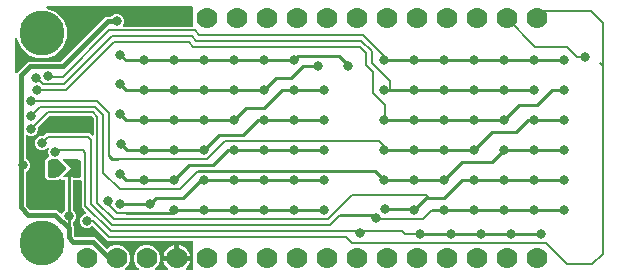
<source format=gbr>
G04 EAGLE Gerber RS-274X export*
G75*
%MOMM*%
%FSLAX34Y34*%
%LPD*%
%INBottom Copper*%
%IPPOS*%
%AMOC8*
5,1,8,0,0,1.08239X$1,22.5*%
G01*
%ADD10C,0.381000*%
%ADD11C,3.810000*%
%ADD12C,1.778000*%
%ADD13C,0.800100*%
%ADD14C,0.254000*%
%ADD15C,0.203200*%
%ADD16C,0.177800*%
%ADD17C,0.406400*%

G36*
X3559Y169754D02*
X3559Y169754D01*
X3672Y169752D01*
X3701Y169759D01*
X3730Y169760D01*
X3838Y169795D01*
X3947Y169823D01*
X3973Y169838D01*
X4001Y169847D01*
X4064Y169893D01*
X4192Y169969D01*
X4235Y170014D01*
X4274Y170042D01*
X10878Y176646D01*
X13556Y179325D01*
X41076Y179325D01*
X41162Y179337D01*
X41250Y179340D01*
X41302Y179357D01*
X41357Y179365D01*
X41437Y179400D01*
X41520Y179427D01*
X41560Y179455D01*
X41617Y179481D01*
X41730Y179577D01*
X41794Y179622D01*
X79596Y217425D01*
X84012Y217425D01*
X84099Y217437D01*
X84186Y217440D01*
X84239Y217457D01*
X84293Y217465D01*
X84373Y217500D01*
X84456Y217527D01*
X84496Y217555D01*
X84553Y217581D01*
X84666Y217677D01*
X84730Y217722D01*
X85482Y218475D01*
X87700Y219393D01*
X90100Y219393D01*
X92318Y218475D01*
X94015Y216778D01*
X94933Y214560D01*
X94933Y212160D01*
X94118Y210193D01*
X94090Y210081D01*
X94055Y209972D01*
X94054Y209944D01*
X94047Y209917D01*
X94051Y209803D01*
X94048Y209688D01*
X94055Y209661D01*
X94056Y209633D01*
X94091Y209524D01*
X94120Y209413D01*
X94134Y209389D01*
X94142Y209362D01*
X94206Y209267D01*
X94265Y209168D01*
X94285Y209149D01*
X94300Y209126D01*
X94388Y209052D01*
X94472Y208974D01*
X94497Y208961D01*
X94518Y208943D01*
X94623Y208897D01*
X94725Y208844D01*
X94750Y208840D01*
X94778Y208828D01*
X95042Y208791D01*
X95056Y208789D01*
X152400Y208789D01*
X152458Y208797D01*
X152516Y208795D01*
X152598Y208817D01*
X152682Y208829D01*
X152735Y208852D01*
X152791Y208867D01*
X152864Y208910D01*
X152941Y208945D01*
X152986Y208983D01*
X153036Y209012D01*
X153094Y209074D01*
X153158Y209128D01*
X153190Y209177D01*
X153230Y209220D01*
X153269Y209295D01*
X153316Y209365D01*
X153333Y209421D01*
X153360Y209473D01*
X153371Y209541D01*
X153401Y209636D01*
X153404Y209736D01*
X153415Y209804D01*
X153415Y225044D01*
X153407Y225102D01*
X153409Y225160D01*
X153387Y225242D01*
X153375Y225326D01*
X153352Y225379D01*
X153337Y225435D01*
X153294Y225508D01*
X153259Y225585D01*
X153221Y225630D01*
X153192Y225680D01*
X153130Y225738D01*
X153076Y225802D01*
X153027Y225834D01*
X152984Y225874D01*
X152909Y225913D01*
X152839Y225960D01*
X152783Y225977D01*
X152731Y226004D01*
X152663Y226015D01*
X152568Y226045D01*
X152468Y226048D01*
X152400Y226059D01*
X30409Y226059D01*
X30324Y226047D01*
X30238Y226045D01*
X30184Y226027D01*
X30127Y226019D01*
X30049Y225984D01*
X29967Y225958D01*
X29920Y225926D01*
X29868Y225903D01*
X29802Y225848D01*
X29731Y225800D01*
X29694Y225756D01*
X29651Y225720D01*
X29603Y225648D01*
X29548Y225582D01*
X29525Y225530D01*
X29493Y225483D01*
X29467Y225401D01*
X29432Y225322D01*
X29425Y225266D01*
X29407Y225212D01*
X29405Y225126D01*
X29393Y225041D01*
X29402Y224985D01*
X29400Y224928D01*
X29422Y224845D01*
X29434Y224760D01*
X29458Y224708D01*
X29472Y224653D01*
X29516Y224579D01*
X29551Y224500D01*
X29588Y224457D01*
X29617Y224408D01*
X29680Y224349D01*
X29736Y224284D01*
X29777Y224258D01*
X29824Y224214D01*
X29954Y224148D01*
X30020Y224106D01*
X37342Y221073D01*
X43273Y215142D01*
X46483Y207394D01*
X46483Y199006D01*
X43273Y191258D01*
X37342Y185327D01*
X29594Y182117D01*
X21206Y182117D01*
X13458Y185327D01*
X7527Y191258D01*
X4494Y198580D01*
X4450Y198654D01*
X4415Y198732D01*
X4378Y198776D01*
X4349Y198825D01*
X4287Y198884D01*
X4231Y198949D01*
X4184Y198981D01*
X4143Y199020D01*
X4066Y199059D01*
X3995Y199107D01*
X3941Y199124D01*
X3890Y199150D01*
X3806Y199167D01*
X3724Y199193D01*
X3667Y199194D01*
X3611Y199205D01*
X3526Y199198D01*
X3440Y199200D01*
X3385Y199186D01*
X3328Y199181D01*
X3248Y199150D01*
X3165Y199128D01*
X3116Y199099D01*
X3063Y199079D01*
X2994Y199027D01*
X2920Y198983D01*
X2881Y198941D01*
X2836Y198907D01*
X2784Y198838D01*
X2726Y198776D01*
X2700Y198725D01*
X2666Y198679D01*
X2635Y198599D01*
X2596Y198522D01*
X2588Y198474D01*
X2565Y198413D01*
X2554Y198269D01*
X2541Y198191D01*
X2541Y170760D01*
X2545Y170731D01*
X2542Y170702D01*
X2565Y170591D01*
X2581Y170479D01*
X2593Y170452D01*
X2598Y170423D01*
X2650Y170323D01*
X2697Y170219D01*
X2716Y170197D01*
X2729Y170171D01*
X2807Y170089D01*
X2880Y170002D01*
X2905Y169986D01*
X2925Y169965D01*
X3023Y169907D01*
X3117Y169845D01*
X3145Y169836D01*
X3170Y169821D01*
X3280Y169793D01*
X3388Y169759D01*
X3418Y169758D01*
X3446Y169751D01*
X3559Y169754D01*
G37*
G36*
X42024Y50539D02*
X42024Y50539D01*
X42052Y50537D01*
X42164Y50559D01*
X42278Y50576D01*
X42304Y50587D01*
X42331Y50593D01*
X42433Y50646D01*
X42537Y50693D01*
X42559Y50711D01*
X42583Y50724D01*
X42666Y50803D01*
X42754Y50877D01*
X42767Y50898D01*
X42789Y50920D01*
X42924Y51149D01*
X42932Y51162D01*
X43145Y51678D01*
X44660Y53192D01*
X44712Y53262D01*
X44772Y53326D01*
X44798Y53375D01*
X44831Y53419D01*
X44862Y53501D01*
X44902Y53579D01*
X44910Y53626D01*
X44932Y53685D01*
X44944Y53833D01*
X44957Y53910D01*
X44957Y78232D01*
X44949Y78290D01*
X44951Y78348D01*
X44929Y78430D01*
X44917Y78514D01*
X44894Y78567D01*
X44879Y78623D01*
X44836Y78696D01*
X44801Y78773D01*
X44763Y78818D01*
X44734Y78868D01*
X44672Y78926D01*
X44618Y78990D01*
X44569Y79022D01*
X44526Y79062D01*
X44451Y79101D01*
X44381Y79148D01*
X44325Y79165D01*
X44273Y79192D01*
X44205Y79203D01*
X44110Y79233D01*
X44010Y79236D01*
X43942Y79247D01*
X43208Y79247D01*
X43199Y79246D01*
X43191Y79247D01*
X42249Y79231D01*
X41675Y79805D01*
X41629Y79840D01*
X41588Y79882D01*
X41515Y79925D01*
X41448Y79976D01*
X41394Y79996D01*
X41343Y80026D01*
X41261Y80047D01*
X41183Y80077D01*
X41124Y80082D01*
X41068Y80096D01*
X40983Y80093D01*
X40899Y80100D01*
X40842Y80089D01*
X40783Y80087D01*
X40703Y80061D01*
X40620Y80044D01*
X40569Y80018D01*
X40513Y80000D01*
X40457Y79959D01*
X40368Y79913D01*
X40296Y79845D01*
X40240Y79805D01*
X39682Y79247D01*
X30754Y79247D01*
X28447Y81554D01*
X28447Y96246D01*
X30778Y98577D01*
X30797Y98579D01*
X30823Y98589D01*
X30850Y98593D01*
X30955Y98640D01*
X31062Y98681D01*
X31084Y98697D01*
X31109Y98709D01*
X31197Y98783D01*
X31289Y98852D01*
X31305Y98875D01*
X31326Y98892D01*
X31390Y98988D01*
X31459Y99080D01*
X31469Y99106D01*
X31484Y99129D01*
X31519Y99239D01*
X31559Y99346D01*
X31561Y99374D01*
X31570Y99400D01*
X31573Y99515D01*
X31582Y99629D01*
X31576Y99654D01*
X31577Y99684D01*
X31510Y99941D01*
X31507Y99957D01*
X30797Y101670D01*
X30797Y104070D01*
X31166Y104961D01*
X31187Y105045D01*
X31218Y105125D01*
X31223Y105182D01*
X31237Y105237D01*
X31234Y105323D01*
X31242Y105408D01*
X31230Y105464D01*
X31229Y105521D01*
X31203Y105603D01*
X31186Y105687D01*
X31159Y105738D01*
X31142Y105792D01*
X31094Y105863D01*
X31055Y105939D01*
X31016Y105981D01*
X30984Y106028D01*
X30918Y106083D01*
X30859Y106145D01*
X30810Y106174D01*
X30766Y106211D01*
X30688Y106246D01*
X30614Y106289D01*
X30559Y106303D01*
X30507Y106326D01*
X30421Y106338D01*
X30338Y106359D01*
X30281Y106357D01*
X30225Y106365D01*
X30140Y106353D01*
X30054Y106350D01*
X30000Y106333D01*
X29944Y106325D01*
X29865Y106289D01*
X29783Y106263D01*
X29743Y106234D01*
X29685Y106208D01*
X29574Y106114D01*
X29510Y106068D01*
X28818Y105375D01*
X26600Y104457D01*
X24200Y104457D01*
X21982Y105375D01*
X20285Y107072D01*
X19367Y109290D01*
X19367Y111690D01*
X20285Y113908D01*
X21982Y115605D01*
X24200Y116523D01*
X26701Y116523D01*
X26788Y116535D01*
X26875Y116538D01*
X26928Y116555D01*
X26983Y116563D01*
X27062Y116599D01*
X27146Y116626D01*
X27185Y116654D01*
X27242Y116679D01*
X27355Y116775D01*
X27419Y116821D01*
X29217Y118619D01*
X66033Y118619D01*
X67608Y117043D01*
X67632Y117026D01*
X67651Y117003D01*
X67745Y116941D01*
X67835Y116873D01*
X67863Y116862D01*
X67887Y116846D01*
X67995Y116812D01*
X68101Y116771D01*
X68130Y116769D01*
X68158Y116760D01*
X68272Y116757D01*
X68384Y116748D01*
X68413Y116753D01*
X68442Y116753D01*
X68552Y116781D01*
X68663Y116804D01*
X68689Y116817D01*
X68717Y116825D01*
X68815Y116882D01*
X68915Y116935D01*
X68937Y116955D01*
X68962Y116970D01*
X69039Y117052D01*
X69121Y117130D01*
X69136Y117156D01*
X69156Y117177D01*
X69208Y117278D01*
X69265Y117376D01*
X69272Y117404D01*
X69286Y117430D01*
X69299Y117508D01*
X69335Y117651D01*
X69333Y117714D01*
X69341Y117761D01*
X69341Y131032D01*
X69329Y131118D01*
X69326Y131206D01*
X69309Y131258D01*
X69301Y131313D01*
X69266Y131393D01*
X69239Y131476D01*
X69211Y131515D01*
X69185Y131573D01*
X69089Y131686D01*
X69044Y131750D01*
X67615Y133179D01*
X67545Y133231D01*
X67481Y133291D01*
X67431Y133317D01*
X67387Y133350D01*
X67306Y133381D01*
X67228Y133421D01*
X67180Y133429D01*
X67122Y133451D01*
X66974Y133463D01*
X66897Y133476D01*
X32163Y133476D01*
X32077Y133464D01*
X31989Y133461D01*
X31937Y133444D01*
X31882Y133436D01*
X31802Y133401D01*
X31719Y133374D01*
X31680Y133346D01*
X31622Y133320D01*
X31509Y133224D01*
X31445Y133179D01*
X22841Y124574D01*
X22788Y124504D01*
X22728Y124440D01*
X22703Y124391D01*
X22670Y124347D01*
X22639Y124265D01*
X22599Y124187D01*
X22591Y124140D01*
X22568Y124081D01*
X22556Y123933D01*
X22543Y123856D01*
X22543Y121355D01*
X21625Y119137D01*
X19928Y117440D01*
X17710Y116522D01*
X15310Y116522D01*
X13089Y117442D01*
X12977Y117471D01*
X12868Y117505D01*
X12840Y117506D01*
X12813Y117513D01*
X12699Y117510D01*
X12584Y117513D01*
X12557Y117505D01*
X12529Y117505D01*
X12420Y117470D01*
X12309Y117441D01*
X12285Y117427D01*
X12258Y117418D01*
X12163Y117354D01*
X12064Y117295D01*
X12045Y117275D01*
X12022Y117260D01*
X11948Y117172D01*
X11870Y117088D01*
X11857Y117063D01*
X11839Y117042D01*
X11793Y116937D01*
X11740Y116835D01*
X11736Y116810D01*
X11724Y116782D01*
X11687Y116519D01*
X11685Y116504D01*
X11685Y97754D01*
X11685Y97753D01*
X11685Y97751D01*
X11705Y97612D01*
X11725Y97473D01*
X11725Y97471D01*
X11725Y97470D01*
X11785Y97338D01*
X11841Y97213D01*
X11842Y97212D01*
X11843Y97211D01*
X11934Y97103D01*
X12024Y96996D01*
X12026Y96995D01*
X12027Y96994D01*
X12040Y96986D01*
X12261Y96839D01*
X12290Y96829D01*
X12311Y96816D01*
X12943Y96555D01*
X14640Y94858D01*
X15558Y92640D01*
X15558Y90240D01*
X14640Y88022D01*
X12943Y86325D01*
X12311Y86064D01*
X12310Y86063D01*
X12309Y86063D01*
X12190Y85992D01*
X12067Y85919D01*
X12066Y85918D01*
X12064Y85917D01*
X11967Y85813D01*
X11871Y85713D01*
X11871Y85711D01*
X11870Y85710D01*
X11805Y85584D01*
X11741Y85460D01*
X11741Y85458D01*
X11740Y85457D01*
X11738Y85442D01*
X11686Y85181D01*
X11689Y85151D01*
X11685Y85126D01*
X11685Y57984D01*
X11697Y57898D01*
X11700Y57810D01*
X11717Y57757D01*
X11725Y57703D01*
X11760Y57623D01*
X11787Y57540D01*
X11815Y57500D01*
X11841Y57443D01*
X11937Y57330D01*
X11982Y57266D01*
X15356Y53892D01*
X15426Y53840D01*
X15490Y53780D01*
X15539Y53754D01*
X15584Y53721D01*
X15665Y53690D01*
X15743Y53650D01*
X15791Y53642D01*
X15849Y53620D01*
X15997Y53608D01*
X16074Y53595D01*
X38514Y53595D01*
X41276Y50833D01*
X41368Y50763D01*
X41456Y50690D01*
X41481Y50678D01*
X41503Y50662D01*
X41610Y50621D01*
X41715Y50574D01*
X41743Y50570D01*
X41769Y50560D01*
X41883Y50551D01*
X41997Y50535D01*
X42024Y50539D01*
G37*
G36*
X106590Y2545D02*
X106590Y2545D01*
X106619Y2542D01*
X106731Y2565D01*
X106843Y2581D01*
X106869Y2593D01*
X106898Y2598D01*
X106999Y2651D01*
X107102Y2697D01*
X107124Y2716D01*
X107151Y2729D01*
X107233Y2807D01*
X107319Y2880D01*
X107335Y2905D01*
X107357Y2925D01*
X107414Y3023D01*
X107477Y3117D01*
X107486Y3145D01*
X107500Y3170D01*
X107528Y3280D01*
X107562Y3388D01*
X107563Y3418D01*
X107570Y3446D01*
X107567Y3559D01*
X107570Y3672D01*
X107562Y3701D01*
X107561Y3730D01*
X107526Y3838D01*
X107498Y3947D01*
X107483Y3973D01*
X107474Y4001D01*
X107429Y4064D01*
X107353Y4192D01*
X107307Y4235D01*
X107279Y4274D01*
X105040Y6513D01*
X103377Y10527D01*
X103377Y14873D01*
X105040Y18887D01*
X108113Y21960D01*
X112127Y23623D01*
X116473Y23623D01*
X120487Y21960D01*
X123560Y18887D01*
X125223Y14873D01*
X125223Y10527D01*
X123560Y6513D01*
X121321Y4274D01*
X121303Y4250D01*
X121281Y4231D01*
X121218Y4137D01*
X121150Y4047D01*
X121140Y4019D01*
X121123Y3995D01*
X121089Y3887D01*
X121049Y3781D01*
X121046Y3752D01*
X121038Y3724D01*
X121035Y3610D01*
X121025Y3498D01*
X121031Y3469D01*
X121030Y3440D01*
X121059Y3330D01*
X121081Y3219D01*
X121095Y3193D01*
X121102Y3165D01*
X121160Y3067D01*
X121212Y2967D01*
X121232Y2945D01*
X121247Y2920D01*
X121330Y2843D01*
X121408Y2761D01*
X121433Y2746D01*
X121455Y2726D01*
X121555Y2674D01*
X121653Y2617D01*
X121682Y2610D01*
X121708Y2596D01*
X121785Y2583D01*
X121929Y2547D01*
X121991Y2549D01*
X122039Y2541D01*
X131243Y2541D01*
X131272Y2545D01*
X131301Y2542D01*
X131412Y2565D01*
X131524Y2581D01*
X131551Y2593D01*
X131580Y2598D01*
X131680Y2651D01*
X131784Y2697D01*
X131806Y2716D01*
X131832Y2729D01*
X131914Y2807D01*
X132001Y2880D01*
X132017Y2905D01*
X132038Y2925D01*
X132095Y3023D01*
X132158Y3117D01*
X132167Y3145D01*
X132182Y3170D01*
X132210Y3280D01*
X132244Y3388D01*
X132245Y3418D01*
X132252Y3446D01*
X132248Y3559D01*
X132251Y3672D01*
X132244Y3701D01*
X132243Y3730D01*
X132208Y3838D01*
X132180Y3947D01*
X132165Y3973D01*
X132156Y4001D01*
X132110Y4065D01*
X132034Y4192D01*
X131989Y4235D01*
X131961Y4274D01*
X130981Y5253D01*
X129924Y6709D01*
X129107Y8312D01*
X128551Y10023D01*
X128448Y10669D01*
X138684Y10669D01*
X138742Y10677D01*
X138800Y10675D01*
X138882Y10697D01*
X138965Y10709D01*
X139019Y10733D01*
X139075Y10747D01*
X139148Y10790D01*
X139225Y10825D01*
X139269Y10863D01*
X139320Y10893D01*
X139377Y10954D01*
X139442Y11009D01*
X139474Y11057D01*
X139514Y11100D01*
X139553Y11175D01*
X139599Y11245D01*
X139617Y11301D01*
X139644Y11353D01*
X139655Y11421D01*
X139685Y11516D01*
X139688Y11616D01*
X139699Y11684D01*
X139699Y12701D01*
X139701Y12701D01*
X139701Y11684D01*
X139709Y11626D01*
X139708Y11568D01*
X139729Y11486D01*
X139741Y11403D01*
X139765Y11349D01*
X139779Y11293D01*
X139822Y11220D01*
X139857Y11143D01*
X139895Y11098D01*
X139925Y11048D01*
X139986Y10990D01*
X140041Y10926D01*
X140089Y10894D01*
X140132Y10854D01*
X140207Y10815D01*
X140277Y10769D01*
X140333Y10751D01*
X140385Y10724D01*
X140453Y10713D01*
X140548Y10683D01*
X140648Y10680D01*
X140716Y10669D01*
X150952Y10669D01*
X150849Y10023D01*
X150293Y8312D01*
X149476Y6709D01*
X148419Y5253D01*
X147439Y4274D01*
X147422Y4250D01*
X147399Y4231D01*
X147337Y4137D01*
X147268Y4047D01*
X147258Y4019D01*
X147242Y3995D01*
X147208Y3887D01*
X147167Y3781D01*
X147165Y3752D01*
X147156Y3724D01*
X147153Y3610D01*
X147144Y3498D01*
X147149Y3469D01*
X147149Y3440D01*
X147177Y3330D01*
X147200Y3219D01*
X147213Y3193D01*
X147220Y3165D01*
X147278Y3067D01*
X147331Y2967D01*
X147351Y2945D01*
X147366Y2920D01*
X147448Y2843D01*
X147526Y2761D01*
X147552Y2746D01*
X147573Y2726D01*
X147674Y2674D01*
X147772Y2617D01*
X147800Y2610D01*
X147826Y2596D01*
X147904Y2583D01*
X148047Y2547D01*
X148110Y2549D01*
X148157Y2541D01*
X152400Y2541D01*
X152458Y2549D01*
X152516Y2547D01*
X152598Y2569D01*
X152682Y2581D01*
X152735Y2604D01*
X152791Y2619D01*
X152864Y2662D01*
X152941Y2697D01*
X152986Y2735D01*
X153036Y2764D01*
X153094Y2826D01*
X153158Y2880D01*
X153190Y2929D01*
X153230Y2972D01*
X153269Y3047D01*
X153316Y3117D01*
X153333Y3173D01*
X153360Y3225D01*
X153371Y3293D01*
X153401Y3388D01*
X153404Y3488D01*
X153415Y3556D01*
X153415Y26416D01*
X153407Y26474D01*
X153409Y26532D01*
X153387Y26614D01*
X153375Y26698D01*
X153352Y26751D01*
X153337Y26807D01*
X153294Y26880D01*
X153259Y26957D01*
X153221Y27002D01*
X153192Y27052D01*
X153130Y27110D01*
X153076Y27174D01*
X153027Y27206D01*
X152984Y27246D01*
X152909Y27285D01*
X152839Y27332D01*
X152783Y27349D01*
X152731Y27376D01*
X152663Y27387D01*
X152568Y27417D01*
X152468Y27420D01*
X152400Y27431D01*
X81287Y27431D01*
X79204Y29514D01*
X79204Y29515D01*
X68868Y39850D01*
X68822Y39885D01*
X68781Y39928D01*
X68708Y39970D01*
X68641Y40021D01*
X68586Y40042D01*
X68536Y40072D01*
X68454Y40092D01*
X68375Y40122D01*
X68317Y40127D01*
X68260Y40142D01*
X68176Y40139D01*
X68092Y40146D01*
X68035Y40134D01*
X67976Y40133D01*
X67896Y40107D01*
X67813Y40090D01*
X67761Y40063D01*
X67706Y40045D01*
X67649Y40005D01*
X67561Y39959D01*
X67489Y39890D01*
X67432Y39850D01*
X66918Y39335D01*
X64700Y38417D01*
X62300Y38417D01*
X60082Y39335D01*
X58385Y41032D01*
X57467Y43250D01*
X57467Y45650D01*
X58385Y47868D01*
X60082Y49565D01*
X62386Y50519D01*
X62416Y50523D01*
X62442Y50535D01*
X62471Y50541D01*
X62572Y50593D01*
X62675Y50639D01*
X62698Y50658D01*
X62724Y50672D01*
X62806Y50750D01*
X62892Y50823D01*
X62908Y50847D01*
X62930Y50868D01*
X62987Y50965D01*
X63050Y51060D01*
X63059Y51088D01*
X63073Y51113D01*
X63101Y51222D01*
X63135Y51331D01*
X63136Y51360D01*
X63143Y51388D01*
X63140Y51501D01*
X63143Y51615D01*
X63135Y51643D01*
X63134Y51673D01*
X63100Y51780D01*
X63071Y51890D01*
X63056Y51915D01*
X63047Y51943D01*
X63001Y52007D01*
X62926Y52134D01*
X62880Y52177D01*
X62852Y52216D01*
X61265Y53804D01*
X61264Y53804D01*
X59181Y55887D01*
X59181Y78232D01*
X59173Y78290D01*
X59175Y78348D01*
X59153Y78430D01*
X59141Y78514D01*
X59118Y78567D01*
X59103Y78623D01*
X59060Y78696D01*
X59025Y78773D01*
X58987Y78818D01*
X58958Y78868D01*
X58896Y78926D01*
X58842Y78990D01*
X58793Y79022D01*
X58750Y79062D01*
X58675Y79101D01*
X58605Y79148D01*
X58549Y79165D01*
X58497Y79192D01*
X58429Y79203D01*
X58334Y79233D01*
X58234Y79236D01*
X58166Y79247D01*
X52578Y79247D01*
X52520Y79239D01*
X52462Y79241D01*
X52380Y79219D01*
X52296Y79207D01*
X52243Y79184D01*
X52187Y79169D01*
X52114Y79126D01*
X52037Y79091D01*
X51992Y79053D01*
X51942Y79024D01*
X51884Y78962D01*
X51820Y78908D01*
X51788Y78859D01*
X51748Y78816D01*
X51709Y78741D01*
X51662Y78671D01*
X51645Y78615D01*
X51618Y78563D01*
X51607Y78495D01*
X51577Y78400D01*
X51574Y78300D01*
X51563Y78232D01*
X51563Y53910D01*
X51575Y53823D01*
X51578Y53736D01*
X51595Y53683D01*
X51603Y53629D01*
X51638Y53549D01*
X51665Y53465D01*
X51693Y53426D01*
X51719Y53369D01*
X51815Y53256D01*
X51860Y53192D01*
X53375Y51678D01*
X54293Y49460D01*
X54293Y47060D01*
X53375Y44842D01*
X51860Y43328D01*
X51808Y43258D01*
X51748Y43194D01*
X51722Y43145D01*
X51689Y43101D01*
X51658Y43019D01*
X51618Y42941D01*
X51610Y42893D01*
X51588Y42835D01*
X51576Y42687D01*
X51563Y42610D01*
X51563Y40966D01*
X51575Y40880D01*
X51578Y40792D01*
X51595Y40740D01*
X51603Y40685D01*
X51638Y40605D01*
X51665Y40522D01*
X51693Y40482D01*
X51719Y40425D01*
X51815Y40312D01*
X51860Y40248D01*
X52325Y39784D01*
X52325Y32584D01*
X52337Y32498D01*
X52340Y32410D01*
X52357Y32358D01*
X52365Y32303D01*
X52400Y32223D01*
X52427Y32140D01*
X52455Y32100D01*
X52481Y32043D01*
X52577Y31930D01*
X52622Y31866D01*
X53456Y31032D01*
X53526Y30980D01*
X53590Y30920D01*
X53639Y30894D01*
X53684Y30861D01*
X53765Y30830D01*
X53843Y30790D01*
X53891Y30782D01*
X53949Y30760D01*
X54097Y30748D01*
X54174Y30735D01*
X70264Y30735D01*
X72942Y28056D01*
X80158Y20841D01*
X80204Y20806D01*
X80245Y20763D01*
X80318Y20720D01*
X80385Y20670D01*
X80440Y20649D01*
X80490Y20619D01*
X80572Y20599D01*
X80651Y20569D01*
X80709Y20564D01*
X80766Y20549D01*
X80850Y20552D01*
X80934Y20545D01*
X80991Y20556D01*
X81050Y20558D01*
X81130Y20584D01*
X81213Y20601D01*
X81265Y20628D01*
X81320Y20646D01*
X81376Y20686D01*
X81465Y20732D01*
X81537Y20801D01*
X81594Y20841D01*
X82713Y21960D01*
X86727Y23623D01*
X91073Y23623D01*
X95087Y21960D01*
X98160Y18887D01*
X99823Y14873D01*
X99823Y10527D01*
X98160Y6513D01*
X95921Y4274D01*
X95903Y4250D01*
X95881Y4231D01*
X95818Y4137D01*
X95750Y4047D01*
X95740Y4019D01*
X95723Y3995D01*
X95689Y3887D01*
X95649Y3781D01*
X95646Y3752D01*
X95638Y3724D01*
X95635Y3610D01*
X95625Y3498D01*
X95631Y3469D01*
X95630Y3440D01*
X95659Y3330D01*
X95681Y3219D01*
X95695Y3193D01*
X95702Y3165D01*
X95760Y3067D01*
X95812Y2967D01*
X95832Y2945D01*
X95847Y2920D01*
X95930Y2843D01*
X96008Y2761D01*
X96033Y2746D01*
X96055Y2726D01*
X96155Y2674D01*
X96253Y2617D01*
X96282Y2610D01*
X96308Y2596D01*
X96385Y2583D01*
X96529Y2547D01*
X96591Y2549D01*
X96639Y2541D01*
X106561Y2541D01*
X106590Y2545D01*
G37*
G36*
X38791Y81297D02*
X38791Y81297D01*
X38848Y81307D01*
X38862Y81318D01*
X38870Y81320D01*
X38879Y81330D01*
X38914Y81355D01*
X46280Y88721D01*
X46288Y88735D01*
X46300Y88744D01*
X46321Y88796D01*
X46348Y88844D01*
X46347Y88860D01*
X46353Y88875D01*
X46343Y88929D01*
X46340Y88985D01*
X46330Y88998D01*
X46328Y89013D01*
X46280Y89079D01*
X38914Y96445D01*
X38863Y96473D01*
X38815Y96506D01*
X38798Y96509D01*
X38791Y96513D01*
X38778Y96512D01*
X38735Y96519D01*
X33020Y96519D01*
X33005Y96515D01*
X32989Y96517D01*
X32938Y96496D01*
X32885Y96480D01*
X32874Y96468D01*
X32860Y96462D01*
X32828Y96416D01*
X32791Y96375D01*
X32789Y96359D01*
X32780Y96346D01*
X32767Y96266D01*
X32767Y81534D01*
X32771Y81519D01*
X32769Y81503D01*
X32790Y81452D01*
X32806Y81399D01*
X32818Y81388D01*
X32824Y81374D01*
X32870Y81342D01*
X32911Y81305D01*
X32927Y81303D01*
X32940Y81294D01*
X33020Y81281D01*
X38735Y81281D01*
X38791Y81297D01*
G37*
G36*
X55895Y81285D02*
X55895Y81285D01*
X55911Y81283D01*
X55962Y81304D01*
X56015Y81320D01*
X56026Y81332D01*
X56040Y81338D01*
X56072Y81384D01*
X56109Y81425D01*
X56111Y81441D01*
X56120Y81454D01*
X56133Y81534D01*
X56133Y96266D01*
X56129Y96281D01*
X56131Y96297D01*
X56110Y96348D01*
X56094Y96401D01*
X56082Y96412D01*
X56076Y96426D01*
X56030Y96458D01*
X55989Y96495D01*
X55973Y96497D01*
X55960Y96506D01*
X55880Y96519D01*
X43180Y96519D01*
X43140Y96508D01*
X43099Y96506D01*
X43074Y96489D01*
X43045Y96480D01*
X43017Y96449D01*
X42983Y96426D01*
X42972Y96398D01*
X42951Y96375D01*
X42945Y96334D01*
X42929Y96296D01*
X42934Y96266D01*
X42929Y96235D01*
X42945Y96197D01*
X42952Y96157D01*
X42979Y96117D01*
X42984Y96106D01*
X42990Y96102D01*
X42998Y96090D01*
X49940Y88900D01*
X42998Y81710D01*
X42979Y81673D01*
X42951Y81643D01*
X42946Y81612D01*
X42932Y81585D01*
X42935Y81544D01*
X42929Y81503D01*
X42941Y81475D01*
X42943Y81445D01*
X42968Y81412D01*
X42984Y81374D01*
X43009Y81356D01*
X43027Y81332D01*
X43066Y81317D01*
X43100Y81294D01*
X43147Y81286D01*
X43159Y81282D01*
X43166Y81283D01*
X43180Y81281D01*
X55880Y81281D01*
X55895Y81285D01*
G37*
%LPC*%
G36*
X141731Y14731D02*
X141731Y14731D01*
X141731Y23952D01*
X142377Y23849D01*
X144088Y23293D01*
X145691Y22476D01*
X147147Y21419D01*
X148419Y20147D01*
X149476Y18691D01*
X150293Y17088D01*
X150849Y15377D01*
X150952Y14731D01*
X141731Y14731D01*
G37*
%LPD*%
%LPC*%
G36*
X128448Y14731D02*
X128448Y14731D01*
X128551Y15377D01*
X129107Y17088D01*
X129924Y18691D01*
X130981Y20147D01*
X132253Y21419D01*
X133709Y22476D01*
X135312Y23293D01*
X137023Y23849D01*
X137669Y23952D01*
X137669Y14731D01*
X128448Y14731D01*
G37*
%LPD*%
D10*
X36195Y83185D02*
X32385Y83185D01*
X32385Y94615D01*
X36195Y94615D01*
X36195Y83185D01*
X36195Y86804D02*
X32385Y86804D01*
X32385Y90423D02*
X36195Y90423D01*
X36195Y94042D02*
X32385Y94042D01*
X52705Y83185D02*
X56515Y83185D01*
X52705Y83185D02*
X52705Y94615D01*
X56515Y94615D01*
X56515Y83185D01*
X56515Y86804D02*
X52705Y86804D01*
X52705Y90423D02*
X56515Y90423D01*
X56515Y94042D02*
X52705Y94042D01*
D11*
X25400Y203200D03*
X25400Y25400D03*
D12*
X165100Y215900D03*
X190500Y215900D03*
X215900Y215900D03*
X241300Y215900D03*
X266700Y215900D03*
X292100Y215900D03*
X317500Y215900D03*
X342900Y215900D03*
X368300Y215900D03*
X393700Y215900D03*
X419100Y215900D03*
X444500Y215900D03*
X165100Y12700D03*
X190500Y12700D03*
X215900Y12700D03*
X241300Y12700D03*
X266700Y12700D03*
X292100Y12700D03*
X317500Y12700D03*
X342900Y12700D03*
X368300Y12700D03*
X393700Y12700D03*
X419100Y12700D03*
X444500Y12700D03*
X139700Y12700D03*
X114300Y12700D03*
X88900Y12700D03*
X63500Y12700D03*
D13*
X162560Y53340D03*
D14*
X137160Y53340D01*
D13*
X137160Y53340D03*
X187960Y53340D03*
D14*
X162560Y53340D01*
D13*
X213360Y53340D03*
D14*
X187960Y53340D01*
D13*
X238760Y53340D03*
D14*
X213360Y53340D01*
D13*
X264160Y53340D03*
D14*
X238760Y53340D01*
X134620Y50800D02*
X96520Y50800D01*
D15*
X88900Y50800D02*
X81280Y58420D01*
X88900Y50800D02*
X96520Y50800D01*
D13*
X81280Y60960D03*
D15*
X81280Y58420D01*
D14*
X134620Y50800D02*
X137160Y53340D01*
D13*
X91440Y58420D03*
D14*
X116840Y58420D01*
D13*
X116840Y58420D03*
X264160Y78740D03*
X238760Y78740D03*
D14*
X264160Y78740D01*
D13*
X213360Y78740D03*
D14*
X238760Y78740D01*
D13*
X187960Y78740D03*
D14*
X213360Y78740D01*
D13*
X162560Y78740D03*
D14*
X187960Y78740D01*
X121920Y63500D02*
X116840Y58420D01*
X121920Y63500D02*
X144780Y63500D01*
X160020Y78740D01*
X162560Y78740D01*
D13*
X264160Y104140D03*
X238760Y104140D03*
D14*
X264160Y104140D01*
D13*
X213360Y104140D03*
D14*
X238760Y104140D01*
D13*
X187960Y104140D03*
D14*
X213360Y104140D01*
D13*
X91440Y83820D03*
X111760Y78740D03*
X137160Y78740D03*
D14*
X111760Y78740D01*
X137160Y78740D02*
X149860Y91440D01*
X170180Y91440D01*
X182880Y104140D01*
X187960Y104140D01*
X111760Y78740D02*
X96520Y78740D01*
X91440Y83820D01*
D13*
X162560Y104140D03*
D14*
X137160Y104140D01*
D13*
X137160Y104140D03*
X111760Y104140D03*
D14*
X137160Y104140D01*
D13*
X92710Y109220D03*
X264160Y129540D03*
X238760Y129540D03*
D14*
X264160Y129540D01*
D13*
X213360Y129540D03*
D14*
X238760Y129540D01*
X175260Y116840D02*
X162560Y104140D01*
X175260Y116840D02*
X195580Y116840D01*
X208280Y129540D01*
X213360Y129540D01*
X97790Y104140D02*
X92710Y109220D01*
X97790Y104140D02*
X111760Y104140D01*
D13*
X187960Y129540D03*
D14*
X162560Y129540D01*
D13*
X162560Y129540D03*
X137160Y129540D03*
D14*
X162560Y129540D01*
D13*
X111760Y129540D03*
D14*
X137160Y129540D01*
D13*
X91440Y134620D03*
X238760Y154940D03*
D14*
X264160Y154940D01*
D13*
X264160Y154940D03*
D14*
X198120Y139700D02*
X187960Y129540D01*
X198120Y139700D02*
X213360Y139700D01*
X228600Y154940D01*
X238760Y154940D01*
X111760Y129540D02*
X96520Y129540D01*
X91440Y134620D01*
D13*
X91440Y160020D03*
X111760Y154940D03*
X137160Y154940D03*
D14*
X111760Y154940D01*
D13*
X162560Y154940D03*
D14*
X137160Y154940D01*
D13*
X187960Y154940D03*
D14*
X162560Y154940D01*
D13*
X213360Y154940D03*
D14*
X187960Y154940D01*
D13*
X259080Y175260D03*
D14*
X223520Y165100D02*
X213360Y154940D01*
X223520Y165100D02*
X236220Y165100D01*
X246380Y175260D01*
X259080Y175260D01*
X111760Y154940D02*
X96520Y154940D01*
X91440Y160020D01*
D13*
X238760Y180340D03*
X213360Y180340D03*
D14*
X238760Y180340D01*
D13*
X187960Y180340D03*
D14*
X213360Y180340D01*
D13*
X162560Y180340D03*
D14*
X187960Y180340D01*
D13*
X137160Y180340D03*
D14*
X162560Y180340D01*
D13*
X111760Y180340D03*
D14*
X137160Y180340D01*
D13*
X92075Y184785D03*
D14*
X238760Y180340D02*
X242570Y184150D01*
X276860Y184150D01*
D13*
X284480Y175260D03*
D14*
X284480Y176530D02*
X276860Y184150D01*
X284480Y176530D02*
X284480Y175260D01*
X111760Y180340D02*
X96520Y180340D01*
X92075Y184785D01*
D13*
X314960Y154940D03*
X340360Y154940D03*
D14*
X320040Y154940D01*
X314960Y154940D01*
D13*
X365760Y154940D03*
D14*
X340360Y154940D01*
D13*
X391160Y154940D03*
D14*
X365760Y154940D01*
D13*
X416560Y154940D03*
D14*
X391160Y154940D01*
D13*
X441960Y154940D03*
D14*
X416560Y154940D01*
D15*
X320040Y154940D02*
X320040Y162560D01*
X304800Y177800D01*
X304800Y187960D01*
X295910Y196850D01*
X156210Y196850D01*
X152400Y200660D01*
X85090Y200660D01*
X44450Y160020D01*
D13*
X20320Y165100D03*
D16*
X26670Y160020D02*
X44450Y160020D01*
X26670Y160020D02*
X21590Y165100D01*
X20320Y165100D01*
D13*
X314960Y129540D03*
X340360Y129540D03*
D14*
X316230Y129540D01*
X314960Y129540D01*
D13*
X365760Y129540D03*
D14*
X340360Y129540D01*
D13*
X391160Y129540D03*
D14*
X365760Y129540D01*
D13*
X416560Y129540D03*
D14*
X391160Y129540D01*
D13*
X467360Y154940D03*
D14*
X457200Y154940D01*
X444500Y142240D01*
X429260Y142240D01*
X416560Y129540D01*
D15*
X316230Y129540D02*
X316230Y142240D01*
X306070Y152400D01*
X306070Y170180D01*
X299720Y176530D01*
X299720Y186690D01*
X294640Y191770D01*
X153670Y191770D01*
X149860Y195580D01*
X86360Y195580D01*
X45720Y154940D01*
X21590Y154940D01*
D13*
X21590Y154940D03*
X467360Y129540D03*
X441960Y129540D03*
D14*
X467360Y129540D01*
D13*
X314960Y104140D03*
X340360Y104140D03*
D14*
X318770Y104140D01*
X314960Y104140D01*
D13*
X365760Y104140D03*
D14*
X340360Y104140D01*
D13*
X391160Y104140D03*
D14*
X365760Y104140D01*
X436880Y129540D02*
X441960Y129540D01*
X436880Y129540D02*
X426720Y119380D01*
X406400Y119380D01*
X391160Y104140D01*
D15*
X318770Y104140D02*
X311150Y111760D01*
X180340Y111760D01*
X165100Y96520D01*
X90170Y96520D01*
D13*
X16510Y146050D03*
D15*
X82550Y135890D02*
X82550Y99060D01*
X82550Y135890D02*
X72390Y146050D01*
X16510Y146050D01*
D14*
X82550Y99060D02*
X85090Y96520D01*
X90170Y96520D01*
D13*
X416560Y104140D03*
D14*
X441960Y104140D01*
X467360Y104140D01*
D13*
X467360Y104140D03*
X441960Y104140D03*
X365760Y78740D03*
D14*
X340360Y78740D02*
X314960Y78740D01*
X340360Y78740D02*
X365760Y78740D01*
D13*
X340360Y78740D03*
X314960Y78740D03*
D14*
X365760Y78740D02*
X381000Y93980D01*
X406400Y93980D01*
X416560Y104140D01*
D13*
X16510Y133350D03*
D15*
X142240Y71120D02*
X157480Y86360D01*
X142240Y71120D02*
X91440Y71120D01*
X77470Y85090D01*
X77470Y133985D01*
X70485Y140970D01*
X24130Y140970D01*
X16510Y133350D01*
D14*
X157480Y86360D02*
X307340Y86360D01*
X314960Y78740D01*
D13*
X467360Y78740D03*
X441960Y78740D03*
D14*
X467360Y78740D01*
D13*
X416560Y78740D03*
D14*
X441960Y78740D01*
D13*
X340360Y53340D03*
X316230Y54610D03*
X391160Y78740D03*
D14*
X416560Y78740D01*
X391160Y78740D02*
X381000Y78740D01*
X365760Y63500D01*
X353060Y63500D01*
X350520Y63500D01*
X340360Y53340D01*
D13*
X16510Y122555D03*
D15*
X86360Y45720D02*
X267970Y45720D01*
X86360Y45720D02*
X72390Y59690D01*
X72390Y132715D01*
X68580Y136525D01*
X30480Y136525D01*
X16510Y122555D01*
X267970Y45720D02*
X288290Y66040D01*
X350520Y66040D01*
X353060Y63500D01*
D14*
X340360Y53340D02*
X339090Y54610D01*
X316230Y54610D01*
D13*
X416560Y53340D03*
D14*
X441960Y53340D01*
X467360Y53340D01*
D13*
X467360Y53340D03*
X441960Y53340D03*
X365760Y53340D03*
D14*
X391160Y53340D01*
D13*
X391160Y53340D03*
D14*
X416560Y53340D01*
X365760Y53340D02*
X355600Y53340D01*
D13*
X25400Y110490D03*
D15*
X30480Y115570D01*
X64770Y115570D01*
X67310Y113030D01*
X67310Y58420D01*
X85090Y40640D01*
X269240Y40640D01*
X278130Y49530D01*
X311150Y45720D02*
X347980Y45720D01*
X355600Y53340D01*
D13*
X308610Y46990D03*
D14*
X307340Y49530D02*
X278130Y49530D01*
X309880Y45720D02*
X311150Y45720D01*
X309880Y45720D02*
X308610Y46990D01*
X308610Y48260D02*
X307340Y49530D01*
X308610Y48260D02*
X308610Y46990D01*
D13*
X422910Y33020D03*
D14*
X448310Y33020D01*
D13*
X448310Y33020D03*
X345440Y33020D03*
X372110Y33020D03*
D14*
X397510Y33020D01*
X422910Y33020D01*
D13*
X397510Y33020D03*
D14*
X372110Y33020D02*
X345440Y33020D01*
D13*
X36830Y102870D03*
D15*
X293370Y35560D02*
X294640Y34290D01*
X293370Y35560D02*
X83820Y35560D01*
X62230Y57150D01*
D13*
X294640Y34290D03*
D15*
X293370Y35560D02*
X330200Y35560D01*
X332740Y33020D01*
X345440Y33020D01*
X62230Y57150D02*
X62230Y102235D01*
X60325Y104140D01*
X38100Y104140D01*
X36830Y102870D01*
D13*
X467360Y180340D03*
D14*
X441960Y180340D01*
D13*
X441960Y180340D03*
X416560Y180340D03*
D14*
X441960Y180340D01*
D13*
X391160Y180340D03*
D14*
X416560Y180340D01*
D13*
X365760Y180340D03*
D14*
X391160Y180340D01*
D13*
X340360Y180340D03*
D14*
X365760Y180340D01*
D13*
X314960Y180340D03*
D14*
X318770Y180340D01*
X340360Y180340D01*
D15*
X318770Y180340D02*
X297180Y201930D01*
X158750Y201930D01*
X154940Y205740D01*
X82550Y205740D01*
X43180Y166370D01*
D13*
X31115Y167005D03*
D15*
X31750Y166370D02*
X43180Y166370D01*
X31750Y166370D02*
X31115Y167005D01*
D17*
X82550Y12700D02*
X88900Y12700D01*
X82550Y12700D02*
X68580Y26670D01*
X52070Y26670D01*
X48260Y30480D01*
X48260Y38100D01*
X36830Y49530D02*
X13970Y49530D01*
X7620Y55880D01*
X7620Y91440D02*
X7620Y167640D01*
X15240Y175260D01*
X43180Y175260D01*
D13*
X88900Y213360D03*
X9525Y91440D03*
X48260Y48260D03*
D17*
X43180Y175260D02*
X81280Y213360D01*
X88900Y213360D01*
D14*
X48260Y48260D02*
X48260Y38100D01*
D17*
X7620Y55880D02*
X7620Y91440D01*
X9525Y91440D01*
X36830Y49530D02*
X48260Y38100D01*
D14*
X48260Y82550D02*
X54610Y88900D01*
X48260Y82550D02*
X48260Y48260D01*
D13*
X21590Y90805D03*
X57150Y35560D03*
X49530Y128270D03*
X10160Y182245D03*
X45720Y220980D03*
X149225Y220345D03*
X63500Y44450D03*
D15*
X68580Y44450D01*
X82550Y30480D01*
X283210Y30480D01*
X288290Y25400D01*
X452120Y25400D01*
X469900Y7620D01*
X491490Y7620D01*
X500380Y16510D01*
X500380Y175260D01*
X497840Y177800D01*
X450850Y222250D02*
X444500Y215900D01*
X450850Y222250D02*
X490220Y222250D01*
X500380Y212090D01*
X500380Y175260D01*
D13*
X485140Y182880D03*
D15*
X478790Y182880D01*
X469900Y191770D01*
X443230Y191770D01*
X419100Y215900D01*
X39370Y88900D02*
X34290Y88900D01*
D13*
X39370Y88900D03*
M02*

</source>
